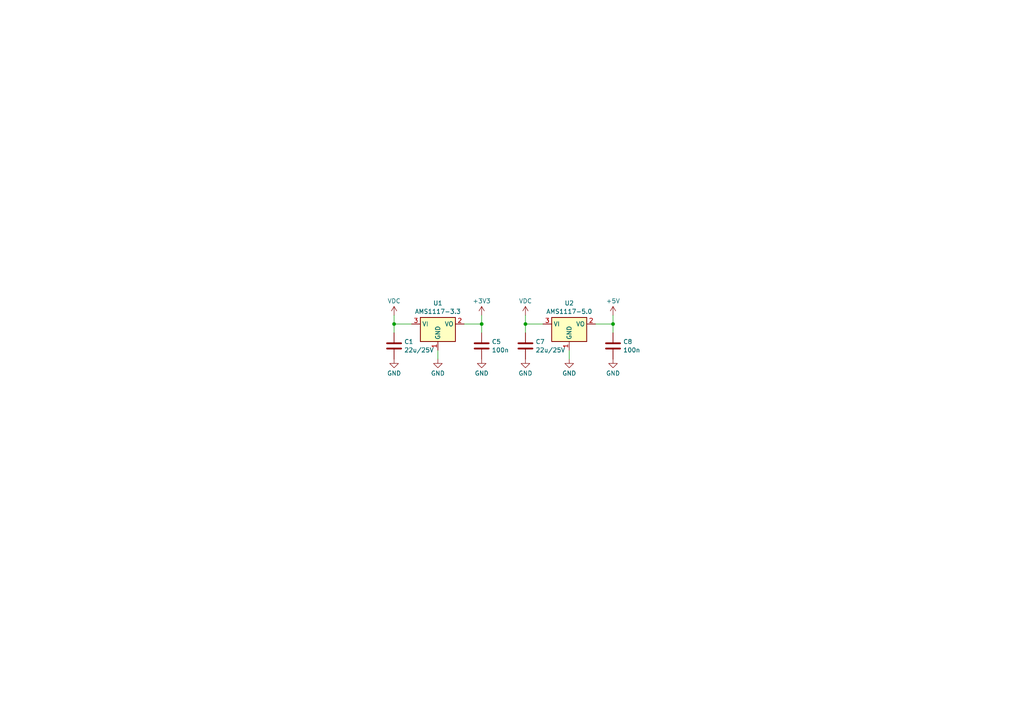
<source format=kicad_sch>
(kicad_sch (version 20230121) (generator eeschema)
  (paper "A4")
  (title_block (title "Micro17 - OpenRTX on a Module") (date "05.12.2023") (rev "A") (company "Wojciech Kaczmarski SP5WWP et al.") (comment 1 "M17 Project, OpenRTX"))
  (lib_symbols
    (symbol "Device:C" (pin_numbers hide) (pin_names (offset 0.254))
      (property "Reference" "C" (at 0.635 2.54 0))
      (property "Value" "C" (at 0.635 -2.54 0))
      (symbol "C_0_1"
        (polyline (pts (xy -2.032 -0.762) (xy 2.032 -0.762)) (stroke (width 0.508)))
        (polyline (pts (xy -2.032 0.762) (xy 2.032 0.762)) (stroke (width 0.508)))
      )
      (symbol "C_1_1"
        (pin passive line (at 0 3.81 270) (length 2.794) (name "~") (number "1"))
        (pin passive line (at 0 -3.81 90) (length 2.794) (name "~") (number "2"))
      )
    )
    (symbol "Regulator_Linear:AMS1117-3.3"
      (property "Reference" "U" (at -3.81 3.175 0))
      (property "Value" "AMS1117-3.3" (at 0 3.175 0))
      (symbol "AMS1117-3.3_0_1"
        (rectangle (start -5.08 -5.08) (end 5.08 1.905) (stroke (width 0.254)) (fill (type background)))
      )
      (symbol "AMS1117-3.3_1_1"
        (pin power_in line (at 0 -7.62 90) (length 2.54) (name "GND") (number "1"))
        (pin power_out line (at 7.62 0 180) (length 2.54) (name "VO") (number "2"))
        (pin power_in line (at -7.62 0 0) (length 2.54) (name "VI") (number "3"))
      )
    )
    (symbol "Regulator_Linear:AMS1117-5.0"
      (property "Reference" "U" (at -3.81 3.175 0))
      (property "Value" "AMS1117-5.0" (at 0 3.175 0))
      (symbol "AMS1117-5.0_0_1"
        (rectangle (start -5.08 -5.08) (end 5.08 1.905) (stroke (width 0.254)) (fill (type background)))
      )
      (symbol "AMS1117-5.0_1_1"
        (pin power_in line (at 0 -7.62 90) (length 2.54) (name "GND") (number "1"))
        (pin power_out line (at 7.62 0 180) (length 2.54) (name "VO") (number "2"))
        (pin power_in line (at -7.62 0 0) (length 2.54) (name "VI") (number "3"))
      )
    )
    (symbol "power:+3V3" (power) (pin_names (offset 0))
      (property "Value" "+3V3" (at 0 3.556 0))
      (symbol "+3V3_0_1"
        (polyline (pts (xy -0.762 1.27) (xy 0 2.54)))
        (polyline (pts (xy 0 0) (xy 0 2.54)))
        (polyline (pts (xy 0 2.54) (xy 0.762 1.27)))
      )
      (symbol "+3V3_1_1"
        (pin power_in line (at 0 0 90) (length 0) hide (name "+3V3") (number "1"))
      )
    )
    (symbol "power:+5V" (power) (pin_names (offset 0))
      (property "Value" "+5V" (at 0 3.556 0))
      (symbol "+5V_0_1"
        (polyline (pts (xy -0.762 1.27) (xy 0 2.54)))
        (polyline (pts (xy 0 0) (xy 0 2.54)))
        (polyline (pts (xy 0 2.54) (xy 0.762 1.27)))
      )
      (symbol "+5V_1_1"
        (pin power_in line (at 0 0 90) (length 0) hide (name "+5V") (number "1"))
      )
    )
    (symbol "power:GND" (power) (pin_names (offset 0))
      (property "Value" "GND" (at 0 -3.81 0))
      (symbol "GND_0_1"
        (polyline (pts (xy 0 0) (xy 0 -1.27) (xy 1.27 -1.27) (xy 0 -2.54) (xy -1.27 -1.27) (xy 0 -1.27)))
      )
      (symbol "GND_1_1"
        (pin power_in line (at 0 0 270) (length 0) hide (name "GND") (number "1"))
      )
    )
    (symbol "power:VDC" (power) (pin_names (offset 0))
      (property "Value" "VDC" (at 0 6.35 0))
      (symbol "VDC_0_1"
        (polyline (pts (xy -0.762 1.27) (xy 0 2.54)))
        (polyline (pts (xy 0 0) (xy 0 2.54)))
        (polyline (pts (xy 0 2.54) (xy 0.762 1.27)))
      )
      (symbol "VDC_1_1"
        (pin power_in line (at 0 0 90) (length 0) hide (name "VDC") (number "1"))
      )
    )
  )
  (junction (at 177.8 93.98))
  (junction (at 152.4 93.98))
  (junction (at 114.3 93.98))
  (junction (at 139.7 93.98))
  (wire (pts (xy 139.7 93.98) (xy 139.7 91.44)))
  (wire (pts (xy 172.72 93.98) (xy 177.8 93.98)))
  (wire (pts (xy 177.8 93.98) (xy 177.8 91.44)))
  (wire (pts (xy 152.4 93.98) (xy 152.4 91.44)))
  (wire (pts (xy 139.7 93.98) (xy 139.7 96.52)))
  (wire (pts (xy 152.4 93.98) (xy 152.4 96.52)))
  (wire (pts (xy 114.3 93.98) (xy 114.3 91.44)))
  (wire (pts (xy 127 101.6) (xy 127 104.14)))
  (wire (pts (xy 134.62 93.98) (xy 139.7 93.98)))
  (wire (pts (xy 177.8 93.98) (xy 177.8 96.52)))
  (wire (pts (xy 157.48 93.98) (xy 152.4 93.98)))
  (wire (pts (xy 114.3 93.98) (xy 114.3 96.52)))
  (wire (pts (xy 119.38 93.98) (xy 114.3 93.98)))
  (wire (pts (xy 165.1 101.6) (xy 165.1 104.14)))
  (symbol (lib_id "Device:C") (at 114.3 100.33 0) (unit 1)
    (property "Reference" "C1" (at 117.221 99.1179 0) (effects (justify left)))
    (property "Value" "22u/25V" (at 117.221 101.5421 0) (effects (justify left)))
    (property "Footprint" "Capacitor_SMD:C_0805_2012Metric" (effects hide))
    (instances (project "micro17" (path "" (reference "C1") (unit 1)) (path "" (reference "C12") (unit 1))))
  )
  (symbol (lib_id "power:GND") (at 152.4 104.14 0) (unit 1)
    (property "Reference" "#PWR017" (effects hide))
    (property "Value" "GND" (at 152.4 108.2731 0))
    (instances (project "micro17" (path "" (reference "#PWR017") (unit 1)) (path "" (reference "#PWR029") (unit 1))))
  )
  (symbol (lib_id "Regulator_Linear:AMS1117-5.0") (at 165.1 93.98 0) (unit 1)
    (property "Reference" "U2" (at 165.1 87.9307 0))
    (property "Value" "AMS1117-5.0" (at 165.1 90.3549 0))
    (property "Footprint" "Package_TO_SOT_SMD:SOT-223-3_TabPin2" (effects hide))
    (property "Datasheet" "http://www.advanced-monolithic.com/pdf/ds1117.pdf" (effects hide))
    (instances (project "micro17" (path "" (reference "U2") (unit 1)) (path "" (reference "U3") (unit 1))))
  )
  (symbol (lib_id "Device:C") (at 152.4 100.33 0) (unit 1)
    (property "Reference" "C7" (at 155.321 99.1179 0) (effects (justify left)))
    (property "Value" "22u/25V" (at 155.321 101.5421 0) (effects (justify left)))
    (property "Footprint" "Capacitor_SMD:C_0805_2012Metric" (effects hide))
    (instances (project "micro17" (path "" (reference "C7") (unit 1)) (path "" (reference "C14") (unit 1))))
  )
  (symbol (lib_id "power:+5V") (at 177.8 91.44 0) (unit 1)
    (property "Reference" "#PWR021" (effects hide))
    (property "Value" "+5V" (at 177.8 87.3069 0))
    (instances (project "micro17" (path "" (reference "#PWR021") (unit 1)) (path "" (reference "#PWR031") (unit 1))))
  )
  (symbol (lib_id "power:GND") (at 165.1 104.14 0) (unit 1)
    (property "Reference" "#PWR018" (effects hide))
    (property "Value" "GND" (at 165.1 108.2731 0))
    (instances (project "micro17" (path "" (reference "#PWR018") (unit 1)) (path "" (reference "#PWR030") (unit 1))))
  )
  (symbol (lib_id "Regulator_Linear:AMS1117-3.3") (at 127 93.98 0) (unit 1)
    (property "Reference" "U1" (at 127 87.9307 0))
    (property "Value" "AMS1117-3.3" (at 127 90.3549 0))
    (property "Footprint" "Package_TO_SOT_SMD:SOT-223-3_TabPin2" (effects hide))
    (property "Datasheet" "http://www.advanced-monolithic.com/pdf/ds1117.pdf" (effects hide))
    (instances (project "micro17" (path "" (reference "U1") (unit 1)) (path "" (reference "U2") (unit 1))))
  )
  (symbol (lib_id "Device:C") (at 177.8 100.33 0) (unit 1)
    (property "Reference" "C8" (at 180.721 99.1179 0) (effects (justify left)))
    (property "Value" "100n" (at 180.721 101.5421 0) (effects (justify left)))
    (property "Footprint" "Capacitor_SMD:C_0603_1608Metric" (effects hide))
    (instances (project "micro17" (path "" (reference "C8") (unit 1)) (path "" (reference "C15") (unit 1))))
  )
  (symbol (lib_id "power:GND") (at 114.3 104.14 0) (unit 1)
    (property "Reference" "#PWR02" (effects hide))
    (property "Value" "GND" (at 114.3 108.2731 0))
    (instances (project "micro17" (path "" (reference "#PWR02") (unit 1)) (path "" (reference "#PWR024") (unit 1))))
  )
  (symbol (lib_id "power:VDC") (at 152.4 91.44 0) (unit 1)
    (property "Reference" "#PWR016" (effects hide))
    (property "Value" "VDC" (at 152.4 87.3069 0))
    (instances (project "micro17" (path "" (reference "#PWR016") (unit 1)) (path "" (reference "#PWR028") (unit 1))))
  )
  (symbol (lib_id "power:GND") (at 177.8 104.14 0) (unit 1)
    (property "Reference" "#PWR022" (effects hide))
    (property "Value" "GND" (at 177.8 108.2731 0))
    (instances (project "micro17" (path "" (reference "#PWR022") (unit 1)) (path "" (reference "#PWR032") (unit 1))))
  )
  (symbol (lib_id "power:VDC") (at 114.3 91.44 0) (unit 1)
    (property "Reference" "#PWR01" (effects hide))
    (property "Value" "VDC" (at 114.3 87.3069 0))
    (instances (project "micro17" (path "" (reference "#PWR01") (unit 1)) (path "" (reference "#PWR023") (unit 1))))
  )
  (symbol (lib_id "power:GND") (at 139.7 104.14 0) (unit 1)
    (property "Reference" "#PWR014" (effects hide))
    (property "Value" "GND" (at 139.7 108.2731 0))
    (instances (project "micro17" (path "" (reference "#PWR014") (unit 1)) (path "" (reference "#PWR027") (unit 1))))
  )
  (symbol (lib_id "power:+3V3") (at 139.7 91.44 0) (unit 1)
    (property "Reference" "#PWR013" (effects hide))
    (property "Value" "+3V3" (at 139.7 87.3069 0))
    (instances (project "micro17" (path "" (reference "#PWR013") (unit 1)) (path "" (reference "#PWR026") (unit 1))))
  )
  (symbol (lib_id "Device:C") (at 139.7 100.33 0) (unit 1)
    (property "Reference" "C5" (at 142.621 99.1179 0) (effects (justify left)))
    (property "Value" "100n" (at 142.621 101.5421 0) (effects (justify left)))
    (property "Footprint" "Capacitor_SMD:C_0603_1608Metric" (effects hide))
    (instances (project "micro17" (path "" (reference "C5") (unit 1)) (path "" (reference "C13") (unit 1))))
  )
  (symbol (lib_id "power:GND") (at 127 104.14 0) (unit 1)
    (property "Reference" "#PWR09" (effects hide))
    (property "Value" "GND" (at 127 108.2731 0))
    (instances (project "micro17" (path "" (reference "#PWR09") (unit 1)) (path "" (reference "#PWR025") (unit 1))))
  )
)
</source>
